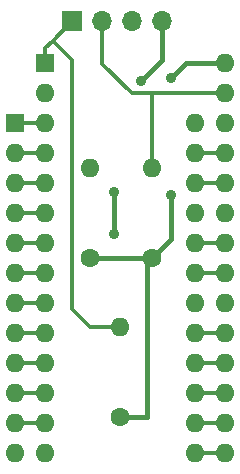
<source format=gtl>
G04 #@! TF.GenerationSoftware,KiCad,Pcbnew,(5.1.6)-1*
G04 #@! TF.CreationDate,2020-07-21T10:16:09+03:00*
G04 #@! TF.ProjectId,C64_8Kernal,4336345f-384b-4657-926e-616c2e6b6963,rev?*
G04 #@! TF.SameCoordinates,Original*
G04 #@! TF.FileFunction,Copper,L1,Top*
G04 #@! TF.FilePolarity,Positive*
%FSLAX46Y46*%
G04 Gerber Fmt 4.6, Leading zero omitted, Abs format (unit mm)*
G04 Created by KiCad (PCBNEW (5.1.6)-1) date 2020-07-21 10:16:09*
%MOMM*%
%LPD*%
G01*
G04 APERTURE LIST*
G04 #@! TA.AperFunction,ComponentPad*
%ADD10O,1.600000X1.600000*%
G04 #@! TD*
G04 #@! TA.AperFunction,ComponentPad*
%ADD11C,1.600000*%
G04 #@! TD*
G04 #@! TA.AperFunction,ComponentPad*
%ADD12R,1.600000X1.600000*%
G04 #@! TD*
G04 #@! TA.AperFunction,ComponentPad*
%ADD13O,1.700000X1.700000*%
G04 #@! TD*
G04 #@! TA.AperFunction,ComponentPad*
%ADD14R,1.700000X1.700000*%
G04 #@! TD*
G04 #@! TA.AperFunction,ViaPad*
%ADD15C,0.900000*%
G04 #@! TD*
G04 #@! TA.AperFunction,Conductor*
%ADD16C,0.400000*%
G04 #@! TD*
G04 #@! TA.AperFunction,Conductor*
%ADD17C,0.300000*%
G04 #@! TD*
G04 APERTURE END LIST*
D10*
X129540000Y-89916000D03*
D11*
X129540000Y-97536000D03*
D10*
X132254000Y-76444000D03*
D11*
X132254000Y-84064000D03*
D10*
X127004000Y-76444000D03*
D11*
X127004000Y-84064000D03*
D10*
X135890000Y-72644000D03*
X120650000Y-100584000D03*
X135890000Y-75184000D03*
X120650000Y-98044000D03*
X135890000Y-77724000D03*
X120650000Y-95504000D03*
X135890000Y-80264000D03*
X120650000Y-92964000D03*
X135890000Y-82804000D03*
X120650000Y-90424000D03*
X135890000Y-85344000D03*
X120650000Y-87884000D03*
X135890000Y-87884000D03*
X120650000Y-85344000D03*
X135890000Y-90424000D03*
X120650000Y-82804000D03*
X135890000Y-92964000D03*
X120650000Y-80264000D03*
X135890000Y-95504000D03*
X120650000Y-77724000D03*
X135890000Y-98044000D03*
X120650000Y-75184000D03*
X135890000Y-100584000D03*
D12*
X120650000Y-72644000D03*
D10*
X138430000Y-67564000D03*
X123190000Y-100584000D03*
X138430000Y-70104000D03*
X123190000Y-98044000D03*
X138430000Y-72644000D03*
X123190000Y-95504000D03*
X138430000Y-75184000D03*
X123190000Y-92964000D03*
X138430000Y-77724000D03*
X123190000Y-90424000D03*
X138430000Y-80264000D03*
X123190000Y-87884000D03*
X138430000Y-82804000D03*
X123190000Y-85344000D03*
X138430000Y-85344000D03*
X123190000Y-82804000D03*
X138430000Y-87884000D03*
X123190000Y-80264000D03*
X138430000Y-90424000D03*
X123190000Y-77724000D03*
X138430000Y-92964000D03*
X123190000Y-75184000D03*
X138430000Y-95504000D03*
X123190000Y-72644000D03*
X138430000Y-98044000D03*
X123190000Y-70104000D03*
X138430000Y-100584000D03*
D12*
X123190000Y-67564000D03*
D13*
X133120000Y-64000000D03*
X130580000Y-64000000D03*
X128040000Y-64000000D03*
D14*
X125500000Y-64000000D03*
D15*
X131318000Y-69088000D03*
X129032000Y-78486000D03*
X129032000Y-82042000D03*
X133858000Y-68834000D03*
X133858000Y-78740000D03*
D16*
X133120000Y-64000000D02*
X133120000Y-67286000D01*
X133120000Y-67286000D02*
X131318000Y-69088000D01*
X131318000Y-69088000D02*
X131318000Y-69088000D01*
X129032000Y-78486000D02*
X129032000Y-82042000D01*
X129032000Y-82042000D02*
X129032000Y-82042000D01*
D17*
X128040000Y-67588000D02*
X128040000Y-64000000D01*
X130556000Y-70104000D02*
X128040000Y-67588000D01*
X132254000Y-76444000D02*
X132254000Y-70184000D01*
X138430000Y-70104000D02*
X132334000Y-70104000D01*
X132254000Y-70184000D02*
X132334000Y-70104000D01*
X132334000Y-70104000D02*
X130556000Y-70104000D01*
X129540000Y-89916000D02*
X127000000Y-89916000D01*
X127000000Y-89916000D02*
X125476000Y-88392000D01*
X123190000Y-67564000D02*
X123190000Y-66310000D01*
X125476000Y-67310000D02*
X123833000Y-65667000D01*
X125476000Y-88392000D02*
X125476000Y-67310000D01*
X123190000Y-66310000D02*
X123833000Y-65667000D01*
X123833000Y-65667000D02*
X125500000Y-64000000D01*
D16*
X127004000Y-84064000D02*
X132254000Y-84064000D01*
X129540000Y-97536000D02*
X131826000Y-97536000D01*
X131826000Y-84492000D02*
X132254000Y-84064000D01*
X131826000Y-97536000D02*
X131826000Y-84492000D01*
X138430000Y-67564000D02*
X135128000Y-67564000D01*
X135128000Y-67564000D02*
X133858000Y-68834000D01*
X133858000Y-68834000D02*
X133858000Y-68834000D01*
X133858000Y-82460000D02*
X132254000Y-84064000D01*
X133858000Y-78740000D02*
X133858000Y-82460000D01*
D17*
X135890000Y-75184000D02*
X138430000Y-75184000D01*
X120650000Y-98044000D02*
X123190000Y-98044000D01*
X135890000Y-77724000D02*
X138430000Y-77724000D01*
X120650000Y-95504000D02*
X123190000Y-95504000D01*
X120650000Y-92964000D02*
X123190000Y-92964000D01*
X135890000Y-82804000D02*
X138430000Y-82804000D01*
X120650000Y-90424000D02*
X123190000Y-90424000D01*
X135890000Y-85344000D02*
X138430000Y-85344000D01*
X120650000Y-87884000D02*
X123190000Y-87884000D01*
X120650000Y-85344000D02*
X123190000Y-85344000D01*
X135890000Y-90424000D02*
X138430000Y-90424000D01*
X120650000Y-82804000D02*
X123190000Y-82804000D01*
X135890000Y-92964000D02*
X138430000Y-92964000D01*
X120650000Y-80264000D02*
X123190000Y-80264000D01*
X135890000Y-95504000D02*
X138430000Y-95504000D01*
X120650000Y-77724000D02*
X123190000Y-77724000D01*
X135890000Y-98044000D02*
X138430000Y-98044000D01*
X120650000Y-75184000D02*
X123190000Y-75184000D01*
X135890000Y-100584000D02*
X138430000Y-100584000D01*
X120650000Y-72644000D02*
X123190000Y-72644000D01*
M02*

</source>
